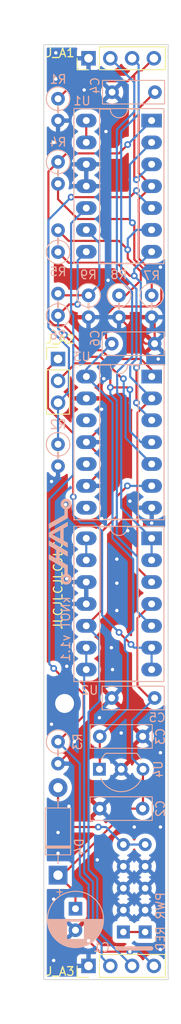
<source format=kicad_pcb>
(kicad_pcb (version 20240108) (generator "pcbnew") (generator_version "8.0")
  (layers (0 "F.Cu" signal) (31 "B.Cu" signal) (34 "B.Paste" user) (35 "F.Paste" user) (36 "B.SilkS" user "B.Silkscreen") (37 "F.SilkS" user "F.Silkscreen") (38 "B.Mask" user) (39 "F.Mask" user) (44 "Edge.Cuts" user))
  (net 0 "")
  (net 1 "Net-(R4-Pad1)")
  (net 2 "Net-(U1A--)")
  (net 3 "Net-(J_A3-Pin_4)")
  (net 4 "GND")
  (net 5 "Net-(J_A1-Pin_4)")
  (net 6 "Net-(U1C--)")
  (net 7 "Net-(U1B--)")
  (net 8 "Net-(R6-Pad1)")
  (net 9 "Net-(J_A2-Pin_3)")
  (net 10 "Net-(R5-Pad1)")
  (net 11 "+12V")
  (net 12 "+5V")
  (net 14 "/LED_B")
  (net 16 "/LED_C")
  (net 18 "/LED_A")
  (net 19 "/OUT_B")
  (net 20 "/OUT_C")
  (net 21 "Net-(U2D--)")
  (net 22 "/OUT_A")
  (net 23 "Net-(U1D--)")
  (net 24 "Net-(D4-A)")
  (net 25 "unconnected-(PWR1--12V-Pad3)_0")
  (footprint "Eurorack:M2 Screw Hole" (layer "F.Cu") (at 58.674 123.825)
    (property "Reference" "REF**" (hide yes))
    (property "Value" "M2 Screw Hole" (hide yes))
    (pad "" thru_hole circle (at 0 0) (size 3.8 3.8) (drill 2.2) (layers "*.Cu" "*.Mask") (net 4 "GND"))
  )
  (footprint "Connector_PinHeader_2.54mm:PinHeader_1x04_P2.54mm_Vertical" (layer "F.Cu") (at 61.468 48.895 90)
    (property "Reference" "J_A1" (at 0.635 -3.302 0) (layer "F.SilkS"))
    (property "Value" "Conn_01x04_Male")
    (pad "1" thru_hole rect (at 0 0 90) (size 1.7 1.7) (drill 1) (layers "*.Cu" "*.Mask") (net 4 "GND"))
    (pad "2" thru_hole oval (at 0 2.54 90) (size 1.7 1.7) (drill 1) (layers "*.Cu" "*.Mask") (net 22 "/OUT_A"))
    (pad "3" thru_hole oval (at 0 5.08 90) (size 1.7 1.7) (drill 1) (layers "*.Cu" "*.Mask") (net 18 "/LED_A"))
    (pad "4" thru_hole oval (at 0 7.62 90) (size 1.7 1.7) (drill 1) (layers "*.Cu" "*.Mask") (net 5 "Net-(J_A1-Pin_4)"))
  )
  (footprint "Connector_PinHeader_2.54mm:PinHeader_1x04_P2.54mm_Vertical" (layer "F.Cu") (at 61.468 154.305 90)
    (property "Reference" "J_A3" (at -0.635 -3.302 0) (layer "F.SilkS"))
    (property "Value" "Conn_01x04_Male")
    (pad "1" thru_hole rect (at 0 0 90) (size 1.7 1.7) (drill 1) (layers "*.Cu" "*.Mask") (net 4 "GND"))
    (pad "2" thru_hole oval (at 0 2.54 90) (size 1.7 1.7) (drill 1) (layers "*.Cu" "*.Mask") (net 20 "/OUT_C"))
    (pad "3" thru_hole oval (at 0 5.08 90) (size 1.7 1.7) (drill 1) (layers "*.Cu" "*.Mask") (net 16 "/LED_C"))
    (pad "4" thru_hole oval (at 0 7.62 90) (size 1.7 1.7) (drill 1) (layers "*.Cu" "*.Mask") (net 3 "Net-(J_A3-Pin_4)"))
  )
  (footprint "Connector_PinHeader_2.54mm:PinHeader_1x03_P2.54mm_Vertical" (layer "F.Cu") (at 57.912 83.82)
    (property "Reference" "J_A2" (at 0.254 -2.286 180) (layer "F.SilkS"))
    (property "Value" "Conn_01x03_Male")
    (pad "1" thru_hole rect (at 0 0) (size 1.7 1.7) (drill 1) (layers "*.Cu" "*.Mask") (net 19 "/OUT_B"))
    (pad "2" thru_hole oval (at 0 2.54) (size 1.7 1.7) (drill 1) (layers "*.Cu" "*.Mask") (net 14 "/LED_B"))
    (pad "3" thru_hole oval (at 0 5.08) (size 1.7 1.7) (drill 1) (layers "*.Cu" "*.Mask") (net 9 "Net-(J_A2-Pin_3)"))
  )
  (footprint "Resistor_THT:R_Axial_DIN0207_L6.3mm_D2.5mm_P2.54mm_Vertical" (layer "B.Cu") (at 68.834 76.425 -90)
    (property "Reference" "R7" (at -2.286 0 180) (layer "B.SilkS") (effects (justify mirror)))
    (property "Value" "47k")
    (pad "1" thru_hole circle (at 0 0 270) (size 1.6 1.6) (drill 0.8) (layers "*.Cu" "*.Mask") (net 2 "Net-(U1A--)"))
    (pad "2" thru_hole oval (at 2.54 0 270) (size 1.6 1.6) (drill 0.8) (layers "*.Cu" "*.Mask") (net 4 "GND"))
  )
  (footprint "Resistor_THT:R_Axial_DIN0207_L6.3mm_D2.5mm_P2.54mm_Vertical" (layer "B.Cu") (at 57.912 93.726 -90)
    (property "Reference" "R2" (at -2.286 0 180) (layer "B.SilkS") (effects (justify mirror)))
    (property "Value" "100k")
    (pad "1" thru_hole circle (at 0 0 270) (size 1.6 1.6) (drill 0.8) (layers "*.Cu" "*.Mask") (net 9 "Net-(J_A2-Pin_3)"))
    (pad "2" thru_hole oval (at 2.54 0 270) (size 1.6 1.6) (drill 0.8) (layers "*.Cu" "*.Mask") (net 4 "GND"))
  )
  (footprint "Capacitor_THT:C_Disc_D7.0mm_W2.5mm_P5.00mm" (layer "B.Cu") (at 69.175 123.19 180)
    (property "Reference" "C5" (at -0.294 -2.286 0) (layer "B.SilkS") (effects (justify mirror)))
    (property "Value" "0.1uF")
    (pad "1" thru_hole circle (at 0 0 180) (size 1.6 1.6) (drill 0.8) (layers "*.Cu" "*.Mask") (net 11 "+12V"))
    (pad "2" thru_hole circle (at 5 0 180) (size 1.6 1.6) (drill 0.8) (layers "*.Cu" "*.Mask") (net 4 "GND"))
  )
  (footprint "Resistor_THT:R_Axial_DIN0207_L6.3mm_D2.5mm_P2.54mm_Vertical" (layer "B.Cu") (at 57.912 128.27 -90)
    (property "Reference" "R3" (at 0 -2.286 -90) (layer "B.SilkS") (effects (justify mirror)))
    (property "Value" "100k")
    (pad "1" thru_hole circle (at 0 0 270) (size 1.6 1.6) (drill 0.8) (layers "*.Cu" "*.Mask") (net 3 "Net-(J_A3-Pin_4)"))
    (pad "2" thru_hole oval (at 2.54 0 270) (size 1.6 1.6) (drill 0.8) (layers "*.Cu" "*.Mask") (net 4 "GND"))
  )
  (footprint "Resistor_THT:R_Axial_DIN0207_L6.3mm_D2.5mm_P2.54mm_Vertical" (layer "B.Cu") (at 57.912 71.403 90)
    (property "Reference" "R5" (at -2.286 0 0) (layer "B.SilkS") (effects (justify mirror)))
    (property "Value" "100k")
    (pad "1" thru_hole circle (at 0 0 90) (size 1.6 1.6) (drill 0.8) (layers "*.Cu" "*.Mask") (net 10 "Net-(R5-Pad1)"))
    (pad "2" thru_hole oval (at 2.54 0 90) (size 1.6 1.6) (drill 0.8) (layers "*.Cu" "*.Mask") (net 7 "Net-(U1B--)"))
  )
  (footprint "Package_DIP:DIP-14_W7.62mm_Socket_LongPads" (layer "B.Cu") (at 68.834 85.857 180)
    (property "Reference" "U3" (at 8.128 2.291 0) (layer "B.SilkS") (effects (justify mirror)))
    (property "Value" "74HC04")
    (pad "1" thru_hole rect (at 0 0 180) (size 2.4 1.6) (drill 0.8) (layers "*.Cu" "*.Mask") (net 1 "Net-(R4-Pad1)"))
    (pad "2" thru_hole oval (at 0 -2.54 180) (size 2.4 1.6) (drill 0.8) (layers "*.Cu" "*.Mask") (net 18 "/LED_A"))
    (pad "3" thru_hole oval (at 0 -5.08 180) (size 2.4 1.6) (drill 0.8) (layers "*.Cu" "*.Mask") (net 10 "Net-(R5-Pad1)"))
    (pad "4" thru_hole oval (at 0 -7.62 180) (size 2.4 1.6) (drill 0.8) (layers "*.Cu" "*.Mask") (net 14 "/LED_B"))
    (pad "5" thru_hole oval (at 0 -10.16 180) (size 2.4 1.6) (drill 0.8) (layers "*.Cu" "*.Mask") (net 8 "Net-(R6-Pad1)"))
    (pad "6" thru_hole oval (at 0 -12.7 180) (size 2.4 1.6) (drill 0.8) (layers "*.Cu" "*.Mask") (net 16 "/LED_C"))
    (pad "7" thru_hole oval (at 0 -15.24 180) (size 2.4 1.6) (drill 0.8) (layers "*.Cu" "*.Mask") (net 4 "GND"))
    (pad "8" thru_hole oval (at 7.62 -15.24 180) (size 2.4 1.6) (drill 0.8) (layers "*.Cu" "*.Mask"))
    (pad "9" thru_hole oval (at 7.62 -12.7 180) (size 2.4 1.6) (drill 0.8) (layers "*.Cu" "*.Mask") (net 4 "GND"))
    (pad "10" thru_hole oval (at 7.62 -10.16 180) (size 2.4 1.6) (drill 0.8) (layers "*.Cu" "*.Mask"))
    (pad "11" thru_hole oval (at 7.62 -7.62 180) (size 2.4 1.6) (drill 0.8) (layers "*.Cu" "*.Mask") (net 4 "GND"))
    (pad "12" thru_hole oval (at 7.62 -5.08 180) (size 2.4 1.6) (drill 0.8) (layers "*.Cu" "*.Mask"))
    (pad "13" thru_hole oval (at 7.62 -2.54 180) (size 2.4 1.6) (drill 0.8) (layers "*.Cu" "*.Mask") (net 4 "GND"))
    (pad "14" thru_hole oval (at 7.62 0 180) (size 2.4 1.6) (drill 0.8) (layers "*.Cu" "*.Mask") (net 12 "+5V"))
  )
  (footprint "Capacitor_THT:C_Disc_D7.0mm_W2.5mm_P5.00mm" (layer "B.Cu") (at 62.778 127.656)
    (property "Reference" "C3" (at 7.072 0 90) (layer "B.SilkS") (effects (justify mirror)))
    (property "Value" "0.1uF")
    (pad "1" thru_hole circle (at 0 0) (size 1.6 1.6) (drill 0.8) (layers "*.Cu" "*.Mask") (net 12 "+5V"))
    (pad "2" thru_hole circle (at 5 0) (size 1.6 1.6) (drill 0.8) (layers "*.Cu" "*.Mask") (net 4 "GND"))
  )
  (footprint "Resistor_THT:R_Axial_DIN0207_L6.3mm_D2.5mm_P2.54mm_Vertical" (layer "B.Cu") (at 57.912 78.769 90)
    (property "Reference" "R6" (at -2.286 -0.029 0) (layer "B.SilkS") (effects (justify mirror)))
    (property "Value" "100k")
    (pad "1" thru_hole circle (at 0 0 90) (size 1.6 1.6) (drill 0.8) (layers "*.Cu" "*.Mask") (net 8 "Net-(R6-Pad1)"))
    (pad "2" thru_hole oval (at 2.54 0 90) (size 1.6 1.6) (drill 0.8) (layers "*.Cu" "*.Mask") (net 6 "Net-(U1C--)"))
  )
  (footprint "Capacitor_THT:C_Disc_D7.0mm_W2.5mm_P5.00mm" (layer "B.Cu") (at 69.215 52.832 180)
    (property "Reference" "C4" (at 6.985 0.762 -90) (layer "B.SilkS") (effects (justify mirror)))
    (property "Value" "0.1uF")
    (pad "1" thru_hole circle (at 0 0 180) (size 1.6 1.6) (drill 0.8) (layers "*.Cu" "*.Mask") (net 12 "+5V"))
    (pad "2" thru_hole circle (at 5 0 180) (size 1.6 1.6) (drill 0.8) (layers "*.Cu" "*.Mask") (net 4 "GND"))
  )
  (footprint "Eurorack:Eurorack Power 10 Pin" (layer "B.Cu") (at 68.072 145.288 180)
    (property "Reference" "PWR1" (hide yes))
    (property "Value" "PWR_10_Pin" (hide yes))
    (fp_text user "PWR" (at -1.778 -2.032 -90) (layer "B.SilkS") (effects (justify mirror)))
    (fp_text user "RED" (at -1.778 -4.318 90) (layer "B.SilkS") (effects (justify left mirror)))
    (pad "1" thru_hole circle (at 0 5.08 180) (size 1.524 1.524) (drill 0.762) (layers "*.Cu" "*.Mask") (net 24 "Net-(D4-A)"))
    (pad "1" thru_hole circle (at 2.54 5.08 180) (size 1.524 1.524) (drill 0.762) (layers "*.Cu" "*.Mask") (net 24 "Net-(D4-A)"))
    (pad "2" thru_hole circle (at 0 -2.54 180) (size 1.524 1.524) (drill 0.762) (layers "*.Cu" "*.Mask") (net 4 "GND"))
    (pad "2" thru_hole circle (at 0 0 180) (size 1.524 1.524) (drill 0.762) (layers "*.Cu" "*.Mask") (net 4 "GND"))
    (pad "2" thru_hole circle (at 0 2.54 180) (size 1.524 1.524) (drill 0.762) (layers "*.Cu" "*.Mask") (net 4 "GND"))
    (pad "2" thru_hole circle (at 2.54 -2.54 180) (size 1.524 1.524) (drill 0.762) (layers "*.Cu" "*.Mask") (net 4 "GND"))
    (pad "2" thru_hole circle (at 2.54 0 180) (size 1.524 1.524) (drill 0.762) (layers "*.Cu" "*.Mask") (net 4 "GND"))
    (pad "2" thru_hole circle (at 2.54 2.54 180) (size 1.524 1.524) (drill 0.762) (layers "*.Cu" "*.Mask") (net 4 "GND"))
    (pad "3" thru_hole rect (at 0 -5.08 180) (size 1.524 1.524) (drill 0.762) (layers "*.Cu" "*.Mask") (net 25 "unconnected-(PWR1--12V-Pad3)_0"))
    (pad "3" thru_hole rect (at 2.54 -5.08 180) (size 1.524 1.524) (drill 0.762) (layers "*.Cu" "*.Mask") (net 25 "unconnected-(PWR1--12V-Pad3)_0"))
  )
  (footprint "Capacitor_THT:C_Disc_D7.0mm_W2.5mm_P5.00mm" (layer "B.Cu") (at 64.175 82.042)
    (property "Reference" "C6" (at -1.945 -0.635 90) (layer "B.SilkS") (effects (justify mirror)))
    (property "Value" "0.1uF")
    (pad "1" thru_hole circle (at 0 0) (size 1.6 1.6) (drill 0.8) (layers "*.Cu" "*.Mask") (net 12 "+5V"))
    (pad "2" thru_hole circle (at 5 0) (size 1.6 1.6) (drill 0.8) (layers "*.Cu" "*.Mask") (net 4 "GND"))
  )
  (footprint "Resistor_THT:R_Axial_DIN0207_L6.3mm_D2.5mm_P2.54mm_Vertical" (layer "B.Cu") (at 57.912 60.931 -90)
    (property "Reference" "R4" (at -2.286 0 180) (layer "B.SilkS") (effects (justify mirror)))
    (property "Value" "100k")
    (pad "1" thru_hole circle (at 0 0 270) (size 1.6 1.6) (drill 0.8) (layers "*.Cu" "*.Mask") (net 1 "Net-(R4-Pad1)"))
    (pad "2" thru_hole oval (at 2.54 0 270) (size 1.6 1.6) (drill 0.8) (layers "*.Cu" "*.Mask") (net 2 "Net-(U1A--)"))
  )
  (footprint "Package_TO_SOT_THT:TO-92_Inline_Wide" (layer "B.Cu") (at 62.738 131.466)
    (property "Reference" "U4" (at 6.858 0 90) (layer "B.SilkS") (effects (justify mirror)))
    (property "Value" "78L05")
    (pad "1" thru_hole rect (at 0 0) (size 1.5 1.5) (drill 0.8) (layers "*.Cu" "*.Mask") (net 12 "+5V"))
    (pad "2" thru_hole circle (at 2.54 0) (size 1.5 1.5) (drill 0.8) (layers "*.Cu" "*.Mask") (net 4 "GND"))
    (pad "3" thru_hole circle (at 5.08 0) (size 1.5 1.5) (drill 0.8) (layers "*.Cu" "*.Mask") (net 11 "+12V"))
  )
  (footprint "Package_DIP:DIP-14_W7.62mm_Socket_LongPads" (layer "B.Cu") (at 68.824 104.648 180)
    (property "Reference" "U2" (at 7.229 -17.653 0) (layer "B.SilkS") (effects (justify mirror)))
    (property "Value" "LM324")
    (pad "1" thru_hole rect (at 0 0 180) (size 2.4 1.6) (drill 0.8) (layers "*.Cu" "*.Mask") (net 22 "/OUT_A"))
    (pad "2" thru_hole oval (at 0 -2.54 180) (size 2.4 1.6) (drill 0.8) (layers "*.Cu" "*.Mask") (net 22 "/OUT_A"))
    (pad "3" thru_hole oval (at 0 -5.08 180) (size 2.4 1.6) (drill 0.8) (layers "*.Cu" "*.Mask") (net 18 "/LED_A"))
    (pad "4" thru_hole oval (at 0 -7.62 180) (size 2.4 1.6) (drill 0.8) (layers "*.Cu" "*.Mask") (net 11 "+12V"))
    (pad "5" thru_hole oval (at 0 -10.16 180) (size 2.4 1.6) (drill 0.8) (layers "*.Cu" "*.Mask") (net 14 "/LED_B"))
    (pad "6" thru_hole oval (at 0 -12.7 180) (size 2.4 1.6) (drill 0.8) (layers "*.Cu" "*.Mask") (net 19 "/OUT_B"))
    (pad "7" thru_hole oval (at 0 -15.24 180) (size 2.4 1.6) (drill 0.8) (layers "*.Cu" "*.Mask") (net 19 "/OUT_B"))
    (pad "8" thru_hole oval (at 7.62 -15.24 180) (size 2.4 1.6) (drill 0.8) (layers "*.Cu" "*.Mask") (net 20 "/OUT_C"))
    (pad "9" thru_hole oval (at 7.62 -12.7 180) (size 2.4 1.6) (drill 0.8) (layers "*.Cu" "*.Mask") (net 20 "/OUT_C"))
    (pad "10" thru_hole oval (at 7.62 -10.16 180) (size 2.4 1.6) (drill 0.8) (layers "*.Cu" "*.Mask") (net 16 "/LED_C"))
    (pad "11" thru_hole oval (at 7.62 -7.62 180) (size 2.4 1.6) (drill 0.8) (layers "*.Cu" "*.Mask") (net 4 "GND"))
    (pad "12" thru_hole oval (at 7.62 -5.08 180) (size 2.4 1.6) (drill 0.8) (layers "*.Cu" "*.Mask") (net 4 "GND"))
    (pad "13" thru_hole oval (at 7.62 -2.54 180) (size 2.4 1.6) (drill 0.8) (layers "*.Cu" "*.Mask") (net 21 "Net-(U2D--)"))
    (pad "14" thru_hole oval (at 7.62 0 180) (size 2.4 1.6) (drill 0.8) (layers "*.Cu" "*.Mask") (net 21 "Net-(U2D--)"))
  )
  (footprint "Logos:Avalon Harmonics Small 10mm" (layer "B.Cu") (at 58.166 105.029 -90)
    (property "Reference" "G***" (hide yes))
    (property "Value" "LOGO" (hide yes))
  )
  (footprint "Resistor_THT:R_Axial_DIN0207_L6.3mm_D2.5mm_P2.54mm_Vertical" (layer "B.Cu") (at 65.024 76.425 -90)
    (property "Reference" "R8" (at -2.388 0.03 180) (layer "B.SilkS") (effects (justify mirror)))
    (property "Value" "47k")
    (pad "1" thru_hole circle (at 0 0 270) (size 1.6 1.6) (drill 0.8) (layers "*.Cu" "*.Mask") (net 7 "Net-(U1B--)"))
    (pad "2" thru_hole oval (at 2.54 0 270) (size 1.6 1.6) (drill 0.8) (layers "*.Cu" "*.Mask") (net 4 "GND"))
  )
  (footprint "Diode_THT:D_DO-41_SOD81_P10.16mm_Horizontal" (layer "B.Cu") (at 57.912 143.764 90)
    (property "Reference" "D4" (at 3.302 2.47 -90) (layer "B.SilkS") (effects (justify mirror)))
    (property "Value" "1N4001")
    (pad "1" thru_hole rect (at 0 0 90) (size 2.2 2.2) (drill 1.1) (layers "*.Cu" "*.Mask") (net 11 "+12V"))
    (pad "2" thru_hole oval (at 10.16 0 90) (size 2.2 2.2) (drill 1.1) (layers "*.Cu" "*.Mask") (net 24 "Net-(D4-A)"))
  )
  (footprint "Capacitor_THT:CP_Radial_D6.3mm_P2.50mm" (layer "B.Cu") (at 59.944 147.661621 -90)
    (property "Reference" "C1" (at 4.484379 -3.048 180) (layer "B.SilkS") (effects (justify mirror)))
    (property "Value" "47uF")
    (pad "1" thru_hole rect (at 0 0 270) (size 1.6 1.6) (drill 0.8) (layers "*.Cu" "*.Mask") (net 11 "+12V"))
    (pad "2" thru_hole circle (at 2.5 0 270) (size 1.6 1.6) (drill 0.8) (layers "*.Cu" "*.Mask") (net 4 "GND"))
  )
  (footprint "Capacitor_THT:C_Disc_D7.0mm_W2.5mm_P5.00mm" (layer "B.Cu") (at 67.778 136.038 180)
    (property "Reference" "C2" (at -2.072 0 -90) (layer "B.SilkS") (effects (justify mirror)))
    (property "Value" "0.1uF")
    (pad "1" thru_hole circle (at 0 0 180) (size 1.6 1.6) (drill 0.8) (layers "*.Cu" "*.Mask") (net 11 "+12V"))
    (pad "2" thru_hole circle (at 5 0 180) (size 1.6 1.6) (drill 0.8) (layers "*.Cu" "*.Mask") (net 4 "GND"))
  )
  (footprint "Resistor_THT:R_Axial_DIN0207_L6.3mm_D2.5mm_P2.54mm_Vertical" (layer "B.Cu") (at 61.468 76.425 -90)
    (property "Reference" "R9" (at -2.388 0.016 180) (layer "B.SilkS") (effects (justify mirror)))
    (property "Value" "47k")
    (pad "1" thru_hole circle (at 0 0 270) (size 1.6 1.6) (drill 0.8) (layers "*.Cu" "*.Mask") (net 6 "Net-(U1C--)"))
    (pad "2" thru_hole oval (at 2.54 0 270) (size 1.6 1.6) (drill 0.8) (layers "*.Cu" "*.Mask") (net 4 "GND"))
  )
  (footprint "Resistor_THT:R_Axial_DIN0207_L6.3mm_D2.5mm_P2.54mm_Vertical" (layer "B.Cu") (at 57.912 53.594 -90)
    (property "Reference" "R1" (at -2.257 0 180) (layer "B.SilkS") (effects (justify mirror)))
    (property "Value" "100k")
    (pad "1" thru_hole circle (at 0 0 270) (size 1.6 1.6) (drill 0.8) (layers "*.Cu" "*.Mask") (net 5 "Net-(J_A1-Pin_4)"))
    (pad "2" thru_hole oval (at 2.54 0 270) (size 1.6 1.6) (drill 0.8) (layers "*.Cu" "*.Mask") (net 4 "GND"))
  )
  (footprint "Package_DIP:DIP-14_W7.62mm_Socket_LongPads" (layer "B.Cu") (at 68.824 56.129 180)
    (property "Reference" "U1" (at 8.118 2.281 0) (layer "B.SilkS") (effects (justify mirror)))
    (property "Value" "LM324")
    (pad "1" thru_hole rect (at 0 0 180) (size 2.4 1.6) (drill 0.8) (layers "*.Cu" "*.Mask") (net 1 "Net-(R4-Pad1)"))
    (pad "2" thru_hole oval (at 0 -2.54 180) (size 2.4 1.6) (drill 0.8) (layers "*.Cu" "*.Mask") (net 2 "Net-(U1A--)"))
    (pad "3" thru_hole oval (at 0 -5.08 180) (size 2.4 1.6) (drill 0.8) (layers "*.Cu" "*.Mask") (net 5 "Net-(J_A1-Pin_4)"))
    (pad "4" thru_hole oval (at 0 -7.62 180) (size 2.4 1.6) (drill 0.8) (layers "*.Cu" "*.Mask") (net 12 "+5V"))
    (pad "5" thru_hole oval (at 0 -10.16 180) (size 2.4 1.6) (drill 0.8) (layers "*.Cu" "*.Mask") (net 9 "Net-(J_A2-Pin_3)"))
    (pad "6" thru_hole oval (at 0 -12.7 180) (size 2.4 1.6) (drill 0.8) (layers "*.Cu" "*.Mask") (net 7 "Net-(U1B--)"))
    (pad "7" thru_hole oval (at 0 -15.24 180) (size 2.4 1.6) (drill 0.8) (layers "*.Cu" "*.Mask") (net 10 "Net-(R5-Pad1)"))
    (pad "8" thru_hole oval (at 7.62 -15.24 180) (size 2.4 1.6) (drill 0.8) (layers "*.Cu" "*.Mask") (net 8 "Net-(R6-Pad1)"))
    (pad "9" thru_hole oval (at 7.62 -12.7 180) (size 2.4 1.6) (drill 0.8) (layers "*.Cu" "*.Mask") (net 6 "Net-(U1C--)"))
    (pad "10" thru_hole oval (at 7.62 -10.16 180) (size 2.4 1.6) (drill 0.8) (layers "*.Cu" "*.Mask") (net 3 "Net-(J_A3-Pin_4)"))
    (pad "11" thru_hole oval (at 7.62 -7.62 180) (size 2.4 1.6) (drill 0.8) (layers "*.Cu" "*.Mask") (net 4 "GND"))
    (pad "12" thru_hole oval (at 7.62 -5.08 180) (size 2.4 1.6) (drill 0.8) (layers "*.Cu" "*.Mask") (net 4 "GND"))
    (pad "13" thru_hole oval (at 7.62 -2.54 180) (size 2.4 1.6) (drill 0.8) (layers "*.Cu" "*.Mask") (net 23 "Net-(U1D--)"))
    (pad "14" thru_hole oval (at 7.62 0 180) (size 2.4 1.6) (drill 0.8) (layers "*.Cu" "*.Mask") (net 23 "Net-(U1D--)"))
  )
  (gr_rect (start 56.25 47.3) (end 70.75 155.9) (stroke (width 0.1)) (fill none) (layer "Edge.Cuts"))
  (gr_text "kNOT v1.1" (at 58.801 115.189 90) (layer "B.SilkS") (effects (font (size 1 1)) (justify mirror)))
  (gr_text "JLCJLCJLCJLC" (at 57.912 110.109 90) (layer "F.SilkS") (effects (font (size 1 1))))
  (segment (start 59.399 80.725695) (end 58.567305 79.894) (width 0.25) (layer "F.Cu") (net 1))
  (segment (start 66.0325 58.9205) (end 65.009 59.944) (width 0.25) (layer "F.Cu") (net 1))
  (segment (start 67.564 83.82) (end 64.008698 83.82) (width 0.25) (layer "F.Cu") (net 1))
  (segment (start 64.008698 83.82) (end 62.992698 82.804) (width 0.25) (layer "F.Cu") (net 1))
  (segment (start 59.399 80.735) (end 59.399 80.725695) (width 0.25) (layer "F.Cu") (net 1))
  (segment (start 58.899 59.944) (end 57.912 60.931) (width 0.25) (layer "F.Cu") (net 1))
  (segment (start 56.787 62.056) (end 57.912 60.931) (width 0.25) (layer "F.Cu") (net 1))
  (segment (start 58.567305 79.894) (end 57.446009 79.894) (width 0.25) (layer "F.Cu") (net 1))
  (segment (start 65.009 59.944) (end 58.899 59.944) (width 0.25) (layer "F.Cu") (net 1))
  (segment (start 61.468 82.804) (end 59.399 80.735) (width 0.25) (layer "F.Cu") (net 1))
  (segment (start 57.446009 79.894) (end 56.787 79.234991) (width 0.25) (layer "F.Cu") (net 1))
  (segment (start 68.834 85.857) (end 68.834 85.09) (width 0.25) (layer "F.Cu") (net 1))
  (segment (start 56.787 79.234991) (end 56.787 62.056) (width 0.25) (layer "F.Cu") (net 1))
  (segment (start 68.834 85.09) (end 67.564 83.82) (width 0.25) (layer "F.Cu") (net 1))
  (segment (start 62.992698 82.804) (end 61.468 82.804) (width 0.25) (layer "F.Cu") (net 1))
  (via (at 66.0325 58.9205) (size 0.8) (drill 0.4) (layers "F.Cu" "B.Cu") (net 1))
  (segment (start 66.0325 58.9205) (end 68.824 56.129) (width 0.25) (layer "B.Cu") (net 1))
  (segment (start 66.802 68.213677) (end 66.802 72.264396) (width 0.25) (layer "F.Cu") (net 2))
  (segment (start 68.834 74.296396) (end 68.834 76.425) (width 0.25) (layer "F.Cu") (net 2))
  (segment (start 60.216005 67.564) (end 57.912 65.259995) (width 0.25) (layer "F.Cu") (net 2))
  (segment (start 66.585 67.996677) (end 66.802 68.213677) (width 0.25) (layer "F.Cu") (net 2))
  (segment (start 57.912 65.259995) (end 57.912 63.471) (width 0.25) (layer "F.Cu") (net 2))
  (segment (start 66.802 72.264396) (end 68.834 74.296396) (width 0.25) (layer "F.Cu") (net 2))
  (segment (start 66.585 67.996677) (end 66.152323 67.564) (width 0.25) (layer "F.Cu") (net 2))
  (segment (start 66.152323 67.564) (end 60.216005 67.564) (width 0.25) (layer "F.Cu") (net 2))
  (via (at 66.585 67.996677) (size 0.8) (drill 0.4) (layers "F.Cu" "B.Cu") (net 2))
  (segment (start 66.294 67.705677) (end 66.294 61.214) (width 0.25) (layer "B.Cu") (net 2))
  (segment (start 66.294 61.214) (end 68.824 58.684) (width 0.25) (layer "B.Cu") (net 2))
  (segment (start 68.824 58.684) (end 68.824 58.669) (width 0.25) (layer "B.Cu") (net 2))
  (segment (start 66.585 67.996677) (end 66.294 67.705677) (width 0.25) (layer "B.Cu") (net 2))
  (segment (start 57.912 128.27) (end 60.899 125.283) (width 0.25) (layer "F.Cu") (net 3))
  (segment (start 62.738 152.654) (end 66.294 152.654) (width 0.25) (layer "F.Cu") (net 3))
  (segment (start 60.899 125.283) (end 60.899 122.748) (width 0.25) (layer "F.Cu") (net 3))
  (segment (start 60.899 122.748) (end 59.563 121.412) (width 0.25) (layer "F.Cu") (net 3))
  (segment (start 59.563 121.412) (end 59.055 121.412) (width 0.25) (layer "F.Cu") (net 3))
  (segment (start 61.468 151.384) (end 62.738 152.654) (width 0.25) (layer "F.Cu") (net 3))
  (segment (start 59.055 121.412) (end 57.404 119.761) (width 0.25) (layer "F.Cu") (net 3))
  (via (at 61.468 151.384) (size 0.8) (drill 0.4) (layers "F.Cu" "B.Cu") (net 3))
  (via (at 57.404 119.761) (size 0.8) (drill 0.4) (layers "F.Cu" "B.Cu") (net 3))
  (via (at 66.294 152.654) (size 0.8) (drill 0.4) (layers "F.Cu" "B.Cu") (net 3))
  (segment (start 61.468 144.844198) (end 60.452 143.828198) (width 0.25) (layer "B.Cu") (net 3))
  (segment (start 60.452 130.81) (end 57.912 128.27) (width 0.25) (layer "B.Cu") (net 3))
  (segment (start 59.436 68.057) (end 61.204 66.289) (width 0.25) (layer "B.Cu") (net 3))
  (segment (start 67.437 152.654) (end 69.088 154.305) (width 0.25) (layer "B.Cu") (net 3))
  (segment (start 57.404 119.761) (end 56.896 119.253) (width 0.25) (layer "B.Cu") (net 3))
  (segment (start 56.896 100.076) (end 59.689 97.283) (width 0.25) (layer "B.Cu") (net 3))
  (segment (start 57.277 119.634) (end 57.404 119.761) (width 0.25) (layer "B.Cu") (net 3))
  (segment (start 59.689 78.743652) (end 59.436 78.490652) (width 0.25) (layer "B.Cu") (net 3))
  (segment (start 59.436 78.490652) (end 59.436 68.057) (width 0.25) (layer "B.Cu") (net 3))
  (segment (start 66.294 152.654) (end 67.437 152.654) (width 0.25) (layer "B.Cu") (net 3))
  (segment (start 60.452 143.828198) (end 60.452 130.81) (width 0.25) (layer "B.Cu") (net 3))
  (segment (start 61.468 151.384) (end 61.468 144.844198) (width 0.25) (layer "B.Cu") (net 3))
  (segment (start 59.689 97.283) (end 59.689 78.743652) (width 0.25) (layer "B.Cu") (net 3))
  (segment (start 56.896 119.253) (end 56.896 100.076) (width 0.25) (layer "B.Cu") (net 3))
  (segment (start 58.801 100.711) (end 57.912 99.822) (width 0.25) (layer "F.Cu") (net 4))
  (segment (start 63.246 86.106) (end 62.992 86.36) (width 0.25) (layer "F.Cu") (net 4))
  (segment (start 57.912 99.822) (end 57.912 96.266) (width 0.25) (layer "F.Cu") (net 4))
  (segment (start 62.987 88.397) (end 62.992 88.392) (width 0.25) (layer "F.Cu") (net 4))
  (segment (start 63.246 96.525) (end 63.246 95.509) (width 0.25) (layer "F.Cu") (net 4))
  (segment (start 68.834 101.097) (end 68.834 102.87) (width 0.25) (layer "F.Cu") (net 4))
  (segment (start 65.024 78.965) (end 68.101 82.042) (width 0.25) (layer "F.Cu") (net 4))
  (segment (start 62.992 89.662) (end 63.246 89.916) (width 0.25) (layer "F.Cu") (net 4))
  (segment (start 61.214 88.397) (end 62.987 88.397) (width 0.25) (layer "F.Cu") (net 4))
  (segment (start 63.246 95.509) (end 61.214 93.477) (width 0.25) (layer "F.Cu") (net 4))
  (segment (start 63.246 91.445) (end 61.214 93.477) (width 0.25) (layer "F.Cu") (net 4))
  (segment (start 61.214 98.557) (end 63.246 96.525) (width 0.25) (layer "F.Cu") (net 4))
  (segment (start 59.817 128.905) (end 57.912 130.81) (width 0.25) (layer "F.Cu") (net 4))
  (segment (start 68.101 82.042) (end 69.175 82.042) (width 0.25) (layer "F.Cu") (net 4))
  (segment (start 69.175 79.306) (end 68.834 78.965) (width 0.25) (layer "F.Cu") (net 4))
  (segment (start 69.175 82.042) (end 69.175 79.306) (width 0.25) (layer "F.Cu") (net 4))
  (segment (start 62.992 88.392) (end 62.992 89.662) (width 0.25) (layer "F.Cu") (net 4))
  (segment (start 59.817 128.27) (end 59.817 128.905) (width 0.25) (layer "F.Cu") (net 4))
  (segment (start 63.246 89.916) (end 63.246 91.445) (width 0.25) (layer "F.Cu") (net 4))
  (segment (start 62.992 86.36) (end 62.992 88.392) (width 0.25) (layer "F.Cu") (net 4))
  (via (at 62.484 141.986) (size 0.8) (drill 0.4) (layers "F.Cu" "B.Cu") (net 4))
  (via (at 59.182 135.763) (size 0.8) (drill 0.4) (layers "F.Cu" "B.Cu") (net 4))
  (via (at 69.85 152.4) (size 0.8) (drill 0.4) (layers "F.Cu" "B.Cu") (net 4))
  (via (at 64.77 113.03) (size 0.8) (drill 0.4) (layers "F.Cu" "B.Cu") (net 4))
  (via (at 66.04 103.759) (size 0.8) (drill 0.4) (layers "F.Cu" "B.Cu") (net 4))
  (via (at 57.912 138.811) (size 0.8) (drill 0.4) (layers "F.Cu" "B.Cu") (net 4))
  (via (at 58.928 119.507) (size 0.8) (drill 0.4) (layers "F.Cu" "B.Cu") (net 4))
  (via (at 62.738 125.476) (size 0.8) (drill 0.4) (layers "F.Cu" "B.Cu") (net 4))
  (via (at 57.15 98.044) (size 0.8) (drill 0.4) (layers "F.Cu" "B.Cu") (net 4))
  (via (at 69.85 129.54) (size 0.8) (drill 0.4) (layers "F.Cu" "B.Cu") (net 4))
  (via (at 57.404 146.558) (size 0.8) (drill 0.4) (layers "F.Cu" "B.Cu") (net 4))
  (via (at 68.834 102.87) (size 0.8) (drill 0.4) (layers "F.Cu" "B.Cu") (net 4))
  (via (at 64.262 119.888) (size 0.8) (drill 0.4) (layers "F.Cu" "B.Cu") (net 4))
  (via (at 57.404 58.674) (size 0.8) (drill 0.4) (layers "F.Cu" "B.Cu") (net 4))
  (via (at 62.992 102.362) (size 0.8) (drill 0.4) (layers "F.Cu" "B.Cu") (net 4))
  (via (at 69.596 83.82) (size 0.8) (drill 0.4) (layers "F.Cu" "B.Cu") (net 4))
  (via (at 59.817 128.27) (size 0.8) (drill 0.4) (layers "F.Cu" "B.Cu") (net 4))
  (via (at 63.246 86.106) (size 0.8) (drill 0.4) (layers "F.Cu" "B.Cu") (net 4))
  (via (at 69.85 138.176) (size 0.8) (drill 0.4) (layers "F.Cu" "B.Cu") (net 4))
  (via (at 57.15 126.238) (size 0.8) (drill 0.4) (layers "F.Cu" "B.Cu") (net 4))
  (via (at 57.658 48.26) (size 0.8) (drill 0.4) (layers "F.Cu" "B.Cu") (net 4))
  (via (at 58.801 100.711) (size 0.8) (drill 0.4) (layers "F.Cu" "B.Cu") (net 4))
  (via (at 57.658 51.308) (size 0.8) (drill 0.4) (layers "F.Cu" "B.Cu") (net 4))
  (via (at 66.294 100.33) (size 0.8) (drill 0.4) (layers "F.Cu" "B.Cu") (net 4))
  (via (at 60.96 52.578) (size 0.8) (drill 0.4) (layers "F.Cu" "B.Cu") (net 4))
  (via (at 62.992 89.662) (size 0.8) (drill 0.4) (layers "F.Cu" "B.Cu") (net 4))
  (via (at 64.77 109.855) (size 0.8) (drill 0.4) (layers "F.Cu" "B.Cu") (net 4))
  (via (at 65.278 127.254) (size 0.8) (drill 0.4) (layers "F.Cu" "B.Cu") (net 4))
  (via (at 63.5 57.404) (size 0.8) (drill 0.4) (layers "F.Cu" "B.Cu") (net 4))
  (via (at 64.135 117.348) (size 0.8) (drill 0.4) (layers "F.Cu" "B.Cu") (net 4))
  (via (at 69.85 73.152) (size 0.8) (drill 0.4) (layers "F.Cu" "B.Cu") (net 4))
  (via (at 58.928 109.347) (size 0.8) (drill 0.4) (layers "F.Cu" "B.Cu") (net 4))
  (via (at 66.802 138.176) (size 0.8) (drill 0.4) (layers "F.Cu" "B.Cu") (net 4))
  (via (at 57.912 141.224) (size 0.8) (drill 0.4) (layers "F.Cu" "B.Cu") (net 4))
  (via (at 57.404 153.67) (size 0.8) (drill 0.4) (layers "F.Cu" "B.Cu") (net 4))
  (via (at 64.77 107.061) (size 0.8) (drill 0.4) (layers "F.Cu" "B.Cu") (net 4))
  (via (at 63.754 74.676) (size 0.8) (drill 0.4) (layers "F.Cu" "B.Cu") (net 4))
  (segment (start 66.294 100.33) (end 67.061 101.097) (width 0.25) (layer "B.Cu") (net 4))
  (segment (start 57.912 96.266) (end 57.912 97.282) (width 0.25) (layer "B.Cu") (net 4))
  (segment (start 67.061 101.097) (end 68.834 101.097) (width 0.25) (layer "B.Cu") (net 4))
  (segment (start 57.912 97.282) (end 57.15 98.044) (width 0.25) (layer "B.Cu") (net 4))
  (segment (start 66.802 62.747306) (end 66.802 50.8) (width 0.25) (layer "F.Cu") (net 5))
  (segment (start 66.802 50.8) (end 67.31 50.292) (width 0.25) (layer "F.Cu") (net 5))
  (segment (start 67.31 50.292) (end 67.691 50.292) (width 0.25) (layer "F.Cu") (net 5))
  (segment (start 67.691 50.292) (end 69.088 48.895) (width 0.25) (layer "F.Cu") (net 5))
  (segment (start 66.04 51.562) (end 66.802 50.8) (width 0.25) (layer "F.Cu") (net 5))
  (segment (start 57.912 53.594) (end 59.944 51.562) (width 0.25) (layer "F.Cu") (net 5))
  (segment (start 59.944 51.562) (end 66.04 51.562) (width 0.25) (layer "F.Cu") (net 5))
  (segment (start 67.051347 62.996653) (end 66.802 62.747306) (width 0.25) (layer "F.Cu") (net 5))
  (via (at 67.051347 62.996653) (size 0.8) (drill 0.4) (layers "F.Cu" "B.Cu") (net 5))
  (segment (start 67.051347 62.996653) (end 67.299 62.749) (width 0.25) (layer "B.Cu") (net 5))
  (segment (start 67.299 62.734) (end 68.824 61.209) (width 0.25) (layer "B.Cu") (net 5))
  (segment (start 67.299 62.749) (end 67.299 62.734) (width 0.25) (layer "B.Cu") (net 5))
  (segment (start 58.137 76.425) (end 57.912 76.2) (width 0.25) (layer "F.Cu") (net 6))
  (segment (start 61.468 76.425) (end 58.137 76.425) (width 0.25) (layer "F.Cu") (net 6))
  (segment (start 58.166 76.454) (end 57.912 76.2) (width 0.25) (layer "B.Cu") (net 6))
  (segment (start 62.729 75.164) (end 61.468 76.425) (width 0.25) (layer "B.Cu") (net 6))
  (segment (start 62.729 70.354) (end 62.729 75.164) (width 0.25) (layer "B.Cu") (net 6))
  (segment (start 61.204 68.829) (end 62.729 70.354) (width 0.25) (layer "B.Cu") (net 6))
  (segment (start 65.815 76.425) (end 65.024 76.425) (width 0.25) (layer "F.Cu") (net 7))
  (segment (start 67.564 74.676) (end 65.815 76.425) (width 0.25) (layer "F.Cu") (net 7))
  (segment (start 66.352 72.448) (end 66.352 72.450792) (width 0.25) (layer "F.Cu") (net 7))
  (segment (start 66.04 72.136) (end 66.352 72.448) (width 0.25) (layer "F.Cu") (net 7))
  (segment (start 67.564 73.662792) (end 67.564 74.676) (width 0.25) (layer "F.Cu") (net 7))
  (segment (start 66.04 71.12) (end 65.024 70.104) (width 0.25) (layer "F.Cu") (net 7))
  (segment (start 65.024 70.104) (end 59.153 70.104) (width 0.25) (layer "F.Cu") (net 7))
  (segment (start 66.04 71.12) (end 66.04 72.136) (width 0.25) (layer "F.Cu") (net 7))
  (segment (start 66.352 72.450792) (end 67.564 73.662792) (width 0.25) (layer "F.Cu") (net 7))
  (segment (start 59.153 70.104) (end 57.912 68.863) (width 0.25) (layer "F.Cu") (net 7))
  (via (at 66.04 71.12) (size 0.8) (drill 0.4) (layers "F.Cu" "B.Cu") (net 7))
  (segment (start 66.04 71.12) (end 66.04 69.85) (width 0.25) (layer "B.Cu") (net 7))
  (segment (start 66.04 69.85) (end 67.061 68.829) (width 0.25) (layer "B.Cu") (net 7))
  (segment (start 67.061 68.829) (end 68.824 68.829) (width 0.25) (layer "B.Cu") (net 7))
  (segment (start 60.198 77.47) (end 59.211 77.47) (width 0.25) (layer "F.Cu") (net 8))
  (segment (start 61.214 83.566) (end 58.674 81.026) (width 0.25) (layer "F.Cu") (net 8))
  (segment (start 58.674 81.026) (end 58.928 81.28) (width 0.25) (layer "F.Cu") (net 8))
  (segment (start 65.405 86.106) (end 62.865 83.566) (width 0.25) (layer "F.Cu") (net 8))
  (segment (start 59.211 77.47) (end 57.912 78.769) (width 0.25) (layer "F.Cu") (net 8))
  (segment (start 62.865 83.566) (end 61.214 83.566) (width 0.25) (layer "F.Cu") (net 8))
  (segment (start 65.532 86.106) (end 65.405 86.106) (width 0.25) (layer "F.Cu") (net 8))
  (via (at 58.674 81.026) (size 0.8) (drill 0.4) (layers "F.Cu" "B.Cu") (net 8))
  (via (at 60.198 77.47) (size 0.8) (drill 0.4) (layers "F.Cu" "B.Cu") (net 8))
  (via (at 65.532 86.106) (size 0.8) (drill 0.4) (layers "F.Cu" "B.Cu") (net 8))
  (segment (start 58.674 81.026) (end 57.912 80.264) (width 0.25) (layer "B.Cu") (net 8))
  (segment (start 65.569 87.921) (end 65.786 88.138) (width 0.25) (layer "B.Cu") (net 8))
  (segment (start 65.532 86.106) (end 65.569 86.143) (width 0.25) (layer "B.Cu") (net 8))
  (segment (start 65.569 86.143) (end 65.569 87.921) (width 0.25) (layer "B.Cu") (net 8))
  (segment (start 57.912 78.769) (end 57.912 78.486) (width 0.25) (layer "B.Cu") (net 8))
  (segment (start 65.786 92.969) (end 68.834 96.017) (width 0.25) (layer "B.Cu") (net 8))
  (segment (start 60.198 72.375) (end 61.204 71.369) (width 0.25) (layer "B.Cu") (net 8))
  (segment (start 57.912 80.264) (end 57.912 78.769) (width 0.25) (layer "B.Cu") (net 8))
  (segment (start 60.198 77.47) (end 60.198 72.375) (width 0.25) (layer "B.Cu") (net 8))
  (segment (start 65.786 88.138) (end 65.786 92.969) (width 0.25) (layer "B.Cu") (net 8))
  (segment (start 67.056 64.262) (end 66.294 65.024) (width 0.25) (layer "F.Cu") (net 9))
  (segment (start 66.294 65.024) (end 59.436 65.024) (width 0.25) (layer "F.Cu") (net 9))
  (via (at 67.056 64.262) (size 0.8) (drill 0.4) (layers "F.Cu" "B.Cu") (net 9))
  (via (at 59.436 65.024) (size 0.8) (drill 0.4) (layers "F.Cu" "B.Cu") (net 9))
  (segment (start 56.787 67.673) (end 56.787 80.164305) (width 0.25) (layer "B.Cu") (net 9))
  (segment (start 56.787 80.164305) (end 59.182 82.559305) (width 0.25) (layer "B.Cu") (net 9))
  (segment (start 67.056 64.521) (end 68.824 66.289) (width 0.25) (layer "B.Cu") (net 9))
  (segment (start 57.912 93.726) (end 57.912 88.9) (width 0.25) (layer "B.Cu") (net 9))
  (segment (start 67.056 64.262) (end 67.056 64.521) (width 0.25) (layer "B.Cu") (net 9))
  (segment (start 59.182 87.63) (end 57.912 88.9) (width 0.25) (layer "B.Cu") (net 9))
  (segment (start 59.182 82.559305) (end 59.182 87.63) (width 0.25) (layer "B.Cu") (net 9))
  (segment (start 59.436 65.024) (end 56.787 67.673) (width 0.25) (layer "B.Cu") (net 9))
  (segment (start 57.785 93.599) (end 57.912 93.726) (width 0.25) (layer "B.Cu") (net 9))
  (segment (start 67.056 88.9) (end 67.056 84.836) (width 0.25) (layer "F.Cu") (net 10))
  (segment (start 59.153 72.644) (end 57.912 71.403) (width 0.25) (layer "F.Cu") (net 10))
  (segment (start 66.289347 74.163347) (end 64.77 72.644) (width 0.25) (layer "F.Cu") (net 10))
  (segment (start 64.77 72.644) (end 59.153 72.644) (width 0.25) (layer "F.Cu") (net 10))
  (segment (start 66.797347 74.163347) (end 66.289347 74.163347) (width 0.25) (layer "F.Cu") (net 10))
  (via (at 66.797347 74.163347) (size 0.8) (drill 0.4) (layers "F.Cu" "B.Cu") (net 10))
  (via (at 67.056 88.9) (size 0.8) (drill 0.4) (layers "F.Cu" "B.Cu") (net 10))
  (via (at 67.056 84.836) (size 0.8) (drill 0.4) (layers "F.Cu" "B.Cu") (net 10))
  (segment (start 66.797347 74.163347) (end 67.564 74.93) (width 0.25) (layer "B.Cu") (net 10))
  (segment (start 66.797347 73.395653) (end 68.824 71.369) (width 0.25) (layer "B.Cu") (net 10))
  (segment (start 67.056 89.159) (end 68.834 90.937) (width 0.25) (layer "B.Cu") (net 10))
  (segment (start 67.564 74.93) (end 67.564 84.328) (width 0.25) (layer "B.Cu") (net 10))
  (segment (start 67.564 84.328) (end 67.056 84.836) (width 0.25) (layer "B.Cu") (net 10))
  (segment (start 66.797347 74.163347) (end 66.797347 73.395653) (width 0.25) (layer "B.Cu") (net 10))
  (segment (start 67.056 88.9) (end 67.056 89.159) (width 0.25) (layer "B.Cu") (net 10))
  (segment (start 67.818 131.466) (end 67.818 135.998) (width 0.25) (layer "F.Cu") (net 11))
  (segment (start 59.944 147.661621) (end 59.944 145.796) (width 0.25) (layer "F.Cu") (net 11))
  (segment (start 68.58 123.19) (end 69.175 123.19) (width 0.25) (layer "F.Cu") (net 11))
  (segment (start 67.818 135.998) (end 67.778 136.038) (width 0.25) (layer "F.Cu") (net 11))
  (segment (start 58.42 143.764) (end 66.146 136.038) (width 0.25) (layer "F.Cu") (net 11))
  (segment (start 66.146 136.038) (end 67.778 136.038) (width 0.25) (layer "F.Cu") (net 11))
  (segment (start 59.944 145.796) (end 57.912 143.764) (width 0.25) (layer "F.Cu") (net 11))
  (segment (start 68.824 112.268) (end 67.183 113.909) (width 0.25) (layer "F.Cu") (net 11))
  (segment (start 67.183 121.793) (end 68.58 123.19) (width 0.25) (layer "F.Cu") (net 11))
  (segment (start 57.912 143.764) (end 58.42 143.764) (width 0.25) (layer "F.Cu") (net 11))
  (segment (start 67.183 113.909) (end 67.183 121.793) (width 0.25) (layer "F.Cu") (net 11))
  (segment (start 66.548 130.196) (end 66.548 125.817) (width 0.25) (layer "B.Cu") (net 11))
  (segment (start 66.548 130.196) (end 67.818 131.466) (width 0.25) (layer "B.Cu") (net 11))
  (segment (start 68.326 112.776) (end 68.824 112.776) (width 0.25) (layer "B.Cu") (net 11))
  (segment (start 66.548 125.817) (end 69.175 123.19) (width 0.25) (layer "B.Cu") (net 11))
  (segment (start 63.5 81.367) (end 64.175 82.042) (width 0.25) (layer "F.Cu") (net 12))
  (segment (start 63.5 78.74) (end 63.5 81.367) (width 0.25) (layer "F.Cu") (net 12))
  (segment (start 67.31 68.35201) (end 67.299 68.36301) (width 0.25) (layer "F.Cu") (net 12))
  (segment (start 67.31 66.76599) (end 67.31 68.35201) (width 0.25) (layer "F.Cu") (net 12))
  (segment (start 61.214 85.857) (end 61.214 85.511) (width 0.25) (layer "F.Cu") (net 12))
  (segment (start 68.824 63.744) (end 68.824 63.749) (width 0.25) (layer "F.Cu") (net 12))
  (segment (start 67.299 72.125) (end 69.959 74.785) (width 0.25) (layer "F.Cu") (net 12))
  (segment (start 67.299 68.36301) (end 67.299 72.125) (width 0.25) (layer "F.Cu") (net 12))
  (segment (start 69.342 77.724) (end 64.516 77.724) (width 0.25) (layer "F.Cu") (net 12))
  (segment (start 67.299 66.75499) (end 67.31 66.76599) (width 0.25) (layer "F.Cu") (net 12))
  (segment (start 62.778 127.656) (end 62.778 131.426) (width 0.25) (layer "F.Cu") (net 12))
  (segment (start 68.824 63.749) (end 67.299 65.274) (width 0.25) (layer "F.Cu") (net 12))
  (segment (start 67.299 54.748) (end 67.299 62.219) (width 0.25) (layer "F.Cu") (net 12))
  (segment (start 67.299 65.274) (end 67.299 66.75499) (width 0.25) (layer "F.Cu") (net 12))
  (segment (start 64.516 77.724) (end 63.5 78.74) (width 0.25) (layer "F.Cu") (net 12))
  (segment (start 69.959 77.107) (end 69.342 77.724) (width 0.25) (layer "F.Cu") (net 12))
  (segment (start 67.299 62.219) (end 68.824 63.744) (width 0.25) (layer "F.Cu") (net 12))
  (segment (start 69.959 74.785) (end 69.959 77.107) (width 0.25) (layer "F.Cu") (net 12))
  (segment (start 69.215 52.832) (end 67.299 54.748) (width 0.25) (layer "F.Cu") (net 12))
  (segment (start 64.262 104.648) (end 66.675 107.061) (width 0.25) (layer "B.Cu") (net 12))
  (segment (start 61.214 85.857) (end 64.262 88.905) (width 0.25) (layer "B.Cu") (net 12))
  (segment (start 61.214 85.003) (end 64.175 82.042) (width 0.25) (layer "B.Cu") (net 12))
  (segment (start 64.262 88.905) (end 64.262 104.648) (width 0.25) (layer "B.Cu") (net 12))
  (segment (start 65.696 116.285695) (end 65.696 117.639) (width 0.25) (layer "B.Cu") (net 12))
  (segment (start 66.675 107.061) (end 66.675 115.306695) (width 0.25) (layer "B.Cu") (net 12))
  (segment (start 65.696 117.639) (end 66.04 117.983) (width 0.25) (layer "B.Cu") (net 12))
  (segment (start 66.675 115.306695) (end 65.696 116.285695) (width 0.25) (layer "B.Cu") (net 12))
  (segment (start 66.04 124.394) (end 62.778 127.656) (width 0.25) (layer "B.Cu") (net 12))
  (segment (start 61.214 85.857) (end 61.214 85.003) (width 0.25) (layer "B.Cu") (net 12))
  (segment (start 66.04 117.983) (end 66.04 124.394) (width 0.25) (layer "B.Cu") (net 12))
  (segment (start 59.817 84.328) (end 59.817 84.455) (width 0.25) (layer "F.Cu") (net 14))
  (segment (start 64.008 87.122) (end 64.008 85.598) (width 0.25) (layer "F.Cu") (net 14))
  (segment (start 66.04 87.122) (end 64.008 87.122) (width 0.25) (layer "F.Cu") (net 14))
  (segment (start 62.738 84.328) (end 59.817 84.328) (width 0.25) (layer "F.Cu") (net 14))
  (segment (start 64.008 85.598) (end 62.738 84.328) (width 0.25) (layer "F.Cu") (net 14))
  (segment (start 59.817 84.455) (end 57.912 86.36) (width 0.25) (layer "F.Cu") (net 14))
  (segment (start 66.294 87.376) (end 66.04 87.122) (width 0.25) (layer "F.Cu") (net 14))
  (via (at 64.008 87.122) (size 0.8) (drill 0.4) (layers "F.Cu" "B.Cu") (net 14))
  (via (at 66.294 87.376) (size 0.8) (drill 0.4) (layers "F.Cu" "B.Cu") (net 14))
  (segment (start 64.77 104.403305) (end 67.183 106.816305) (width 0.25) (layer "B.Cu") (net 14))
  (segment (start 67.569 93.477) (end 68.834 93.477) (width 0.25) (layer "B.Cu") (net 14))
  (segment (start 67.183 113.167) (end 68.824 114.808) (width 0.25) (layer "B.Cu") (net 14))
  (segment (start 67.183 106.816305) (end 67.183 113.167) (width 0.25) (layer "B.Cu") (net 14))
  (segment (start 64.008 87.885396) (end 64.77 88.647396) (width 0.25) (layer "B.Cu") (net 14))
  (segment (start 64.77 88.647396) (end 64.77 104.403305) (width 0.25) (layer "B.Cu") (net 14))
  (segment (start 64.008 87.122) (end 64.008 87.885396) (width 0.25) (layer "B.Cu") (net 14))
  (segment (start 66.294 87.376) (end 66.294 92.202) (width 0.25) (layer "B.Cu") (net 14))
  (segment (start 66.294 92.202) (end 67.569 93.477) (width 0.25) (layer "B.Cu") (net 14))
  (segment (start 66.003 98.552) (end 64.77 99.785) (width 0.25) (layer "F.Cu") (net 16))
  (segment (start 64.77 102.108) (end 62.992 103.886) (width 0.25) (layer "F.Cu") (net 16))
  (segment (start 64.77 99.785) (end 64.77 102.108) (width 0.25) (layer "F.Cu") (net 16))
  (segment (start 62.992 103.886) (end 62.992 113.02) (width 0.25) (layer "F.Cu") (net 16))
  (segment (start 62.992 113.02) (end 61.204 114.808) (width 0.25) (layer "F.Cu") (net 16))
  (via (at 66.003 98.552) (size 0.8) (drill 0.4) (layers "F.Cu" "B.Cu") (net 16))
  (segment (start 66.003 98.552) (end 66.008 98.557) (width 0.25) (layer "B.Cu") (net 16))
  (segment (start 62.484 144.145) (end 62.484 150.241) (width 0.25) (layer "B.Cu") (net 16))
  (segment (start 66.008 98.557) (end 68.834 98.557) (width 0.25) (layer "B.Cu") (net 16))
  (segment (start 61.204 114.808) (end 62.729 116.333) (width 0.25) (layer "B.Cu") (net 16))
  (segment (start 62.729 116.333) (end 62.729 123.58) (width 0.25) (layer "B.Cu") (net 16))
  (segment (start 62.729 123.58) (end 61.468 124.841) (width 0.25) (layer "B.Cu") (net 16))
  (segment (start 62.484 150.241) (end 66.548 154.305) (width 0.25) (layer "B.Cu") (net 16))
  (segment (start 61.468 143.129) (end 62.484 144.145) (width 0.25) (layer "B.Cu") (net 16))
  (segment (start 61.468 124.841) (end 61.468 143.129) (width 0.25) (layer "B.Cu") (net 16))
  (segment (start 68.824 109.728) (end 67.183 108.087) (width 0.25) (layer "F.Cu") (net 18))
  (segment (start 67.183 108.087) (end 67.183 90.048) (width 0.25) (layer "F.Cu") (net 18))
  (segment (start 67.183 90.048) (end 68.834 88.397) (width 0.25) (layer "F.Cu") (net 18))
  (segment (start 67.056 75.692) (end 67.056 83.810695) (width 0.25) (layer "B.Cu") (net 18))
  (segment (start 67.31 54.993) (end 67.299 55.004) (width 0.25) (layer "B.Cu") (net 18))
  (segment (start 67.31 49.657) (end 67.31 54.993) (width 0.25) (layer "B.Cu") (net 18))
  (segment (start 67.056 83.810695) (end 66.331 84.535695) (width 0.25) (layer "B.Cu") (net 18))
  (segment (start 65.278 73.914) (end 67.056 75.692) (width 0.25) (layer "B.Cu") (net 18))
  (segment (start 67.299 55.383) (end 65.278 57.404) (width 0.25) (layer "B.Cu") (net 18))
  (segment (start 66.548 48.895) (end 67.31 49.657) (width 0.25) (layer "B.Cu") (net 18))
  (segment (start 66.331 85.894) (end 68.834 88.397) (width 0.25) (layer "B.Cu") (net 18))
  (segment (start 66.331 84.535695) (end 66.331 85.894) (width 0.25) (layer "B.Cu") (net 18))
  (segment (start 67.299 55.004) (end 67.299 55.383) (width 0.25) (layer "B.Cu") (net 18))
  (segment (start 65.278 57.404) (end 65.278 73.914) (width 0.25) (layer "B.Cu") (net 18))
  (segment (start 59.69 99.02399) (end 59.689 99.02299) (width 0.25) (layer "F.Cu") (net 19))
  (segment (start 59.689 96.48299) (end 59.689 92.455) (width 0.25) (layer "F.Cu") (net 19))
  (segment (start 59.69 96.48399) (end 59.689 96.48299) (width 0.25) (layer "F.Cu") (net 19))
  (segment (start 56.737 89.503) (end 56.737 84.995) (width 0.25) (layer "F.Cu") (net 19))
  (segment (start 59.69 99.822) (end 59.69 99.02399) (width 0.25) (layer "F.Cu") (net 19))
  (segment (start 59.689 98.09101) (end 59.69 98.09001) (width 0.25) (layer "F.Cu") (net 19))
  (segment (start 66.421 116.967) (end 65.024 115.57) (width 0.25) (layer "F.Cu") (net 19))
  (segment (start 59.689 99.02299) (end 59.689 98.09101) (width 0.25) (layer "F.Cu") (net 19))
  (segment (start 56.737 84.995) (end 57.912 83.82) (width 0.25) (layer "F.Cu") (net 19))
  (segment (start 59.69 98.09001) (end 59.69 96.48399) (width 0.25) (layer "F.Cu") (net 19))
  (segment (start 59.689 92.455) (end 56.737 89.503) (width 0.25) (layer "F.Cu") (net 19))
  (via (at 59.69 99.822) (size 0.8) (drill 0.4) (layers "F.Cu" "B.Cu") (net 19))
  (via (at 65.024 115.57) (size 0.8) (drill 0.4) (layers "F.Cu" "B.Cu") (net 19))
  (via (at 66.421 116.967) (size 0.8) (drill 0.4) (layers "F.Cu" "B.Cu") (net 19))
  (segment (start 63.05 113.596) (end 65.024 115.57) (width 0.25) (layer "B.Cu") (net 19))
  (segment (start 68.824 117.348) (end 68.824 119.888) (width 0.25) (layer "B.Cu") (net 19))
  (segment (start 60.592 102.87) (end 62.103 102.87) (width 0.25) (layer "B.Cu") (net 19))
  (segment (start 59.689 99.823) (end 59.689 101.967) (width 0.25) (layer "B.Cu") (net 19))
  (segment (start 59.69 99.822) (end 59.689 99.823) (width 0.25) (layer "B.Cu") (net 19))
  (segment (start 66.421 116.967) (end 66.802 117.348) (width 0.25) (layer "B.Cu") (net 19))
  (segment (start 59.689 101.967) (end 60.592 102.87) (width 0.25) (layer "B.Cu") (net 19))
  (segment (start 62.103 102.87) (end 63.05 103.817) (width 0.25) (layer "B.Cu") (net 19))
  (segment (start 66.802 117.348) (end 68.824 117.348) (width 0.25) (layer "B.Cu") (net 19))
  (segment (start 63.05 103.817) (end 63.05 113.596) (width 0.25) (layer "B.Cu") (net 19))
  (segment (start 61.976 150.6855) (end 62.992 151.7015) (width 0.25) (layer "B.Cu") (net 20))
  (segment (start 61.204 117.348) (end 61.204 119.888) (width 0.25) (layer "B.Cu") (net 20))
  (segment (start 62.992 153.289) (end 64.008 154.305) (width 0.25) (layer "B.Cu") (net 20))
  (segment (start 60.96 120.132) (end 60.96 143.51) (width 0.25) (layer "B.Cu") (net 20))
  (segment (start 62.992 151.7015) (end 62.992 153.289) (width 0.25) (layer "B.Cu") (net 20))
  (segment (start 61.204 119.888) (end 60.96 120.132) (width 0.25) (layer "B.Cu") (net 20))
  (segment (start 61.976 144.526) (end 61.976 150.6855) (width 0.25) (layer "B.Cu") (net 20))
  (segment (start 60.96 143.51) (end 61.976 144.526) (width 0.25) (layer "B.Cu") (net 20))
  (segment (start 61.204 107.188) (end 61.204 104.648) (width 0.25) (layer "B.Cu") (net 21))
  (segment (start 65.278 88.266396) (end 65.278 101.102) (width 0.25) (layer "B.Cu") (net 22))
  (segment (start 64.807 85.307) (end 64.807 87.795396) (width 0.25) (layer "B.Cu") (net 22))
  (segment (start 64.77 74.247005) (end 66.548 76.025005) (width 0.25) (layer "B.Cu") (net 22))
  (segment (start 66.802 51.689) (end 66.802 55.118) (width 0.25) (layer "B.Cu") (net 22))
  (segment (start 66.802 55.118) (end 64.77 57.15) (width 0.25) (layer "B.Cu") (net 22))
  (segment (start 64.807 87.795396) (end 65.278 88.266396) (width 0.25) (layer "B.Cu") (net 22))
  (segment (start 66.548 83.566) (end 64.807 85.307) (width 0.25) (layer "B.Cu") (net 22))
  (segment (start 65.278 101.102) (end 68.824 104.648) (width 0.25) (layer "B.Cu") (net 22))
  (segment (start 68.824 107.188) (end 68.824 104.648) (width 0.25) (layer "B.Cu") (net 22))
  (segment (start 64.008 48.895) (end 66.802 51.689) (width 0.25) (layer "B.Cu") (net 22))
  (segment (start 64.77 57.15) (end 64.77 74.247005) (width 0.25) (layer "B.Cu") (net 22))
  (segment (start 66.548 76.025005) (end 66.548 83.566) (width 0.25) (layer "B.Cu") (net 22))
  (segment (start 61.204 56.129) (end 61.204 58.669) (width 0.25) (layer "F.Cu") (net 23))
  (segment (start 59.436 138.176) (end 57.912 136.652) (width 0.25) (layer "F.Cu") (net 24))
  (segment (start 57.912 136.652) (end 57.912 133.604) (width 0.25) (layer "F.Cu") (net 24))
  (segment (start 62.611 138.176) (end 59.436 138.176) (width 0.25) (layer "F.Cu") (net 24))
  (via (at 62.611 138.176) (size 0.8) (drill 0.4) (layers "F.Cu" "B.Cu") (net 24))
  (segment (start 63.5 138.176) (end 62.611 138.176) (width 0.25) (layer "B.Cu") (net 24))
  (segment (start 68.072 140.208) (end 65.532 140.208) (width 0.25) (layer "B.Cu") (net 24))
  (segment (start 65.532 140.208) (end 63.5 138.176) (width 0.25) (layer "B.Cu") (net 24))
  (segment (start 65.532 150.368) (end 68.072 150.368) (width 0.25) (layer "F.Cu") (net 25))
  (zone (net 4) (net_name "GND") (layers "F&B.Cu") (connect_pads (clearance 0.508)) (min_thickness 0.254) (fill yes (thermal_gap 0.508) (thermal_bridge_width 0.508))
    (polygon (pts (xy 55.626 46.736) (xy 71.374 46.736) (xy 71.374 156.464) (xy 55.626 156.464)))
  )
)
</source>
